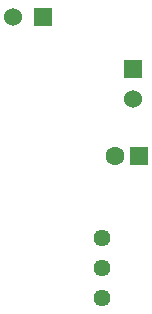
<source format=gbr>
%TF.GenerationSoftware,KiCad,Pcbnew,8.0.5*%
%TF.CreationDate,2024-10-12T23:05:05+02:00*%
%TF.ProjectId,SCS TSAL Red LED,53435320-5453-4414-9c20-526564204c45,rev?*%
%TF.SameCoordinates,Original*%
%TF.FileFunction,Soldermask,Bot*%
%TF.FilePolarity,Negative*%
%FSLAX46Y46*%
G04 Gerber Fmt 4.6, Leading zero omitted, Abs format (unit mm)*
G04 Created by KiCad (PCBNEW 8.0.5) date 2024-10-12 23:05:05*
%MOMM*%
%LPD*%
G01*
G04 APERTURE LIST*
%ADD10R,1.600000X1.600000*%
%ADD11C,1.600000*%
%ADD12R,1.530000X1.530000*%
%ADD13C,1.530000*%
%ADD14C,1.440000*%
G04 APERTURE END LIST*
D10*
%TO.C,C1*%
X97028000Y-64516000D03*
D11*
X95028000Y-64516000D03*
%TD*%
D12*
%TO.C,J1*%
X88900000Y-52705000D03*
D13*
X86360000Y-52705000D03*
%TD*%
D12*
%TO.C,J2*%
X96520000Y-57150000D03*
D13*
X96520000Y-59690000D03*
%TD*%
D14*
%TO.C,U3*%
X93948000Y-71435500D03*
X93948000Y-73975500D03*
X93948000Y-76515500D03*
%TD*%
M02*

</source>
